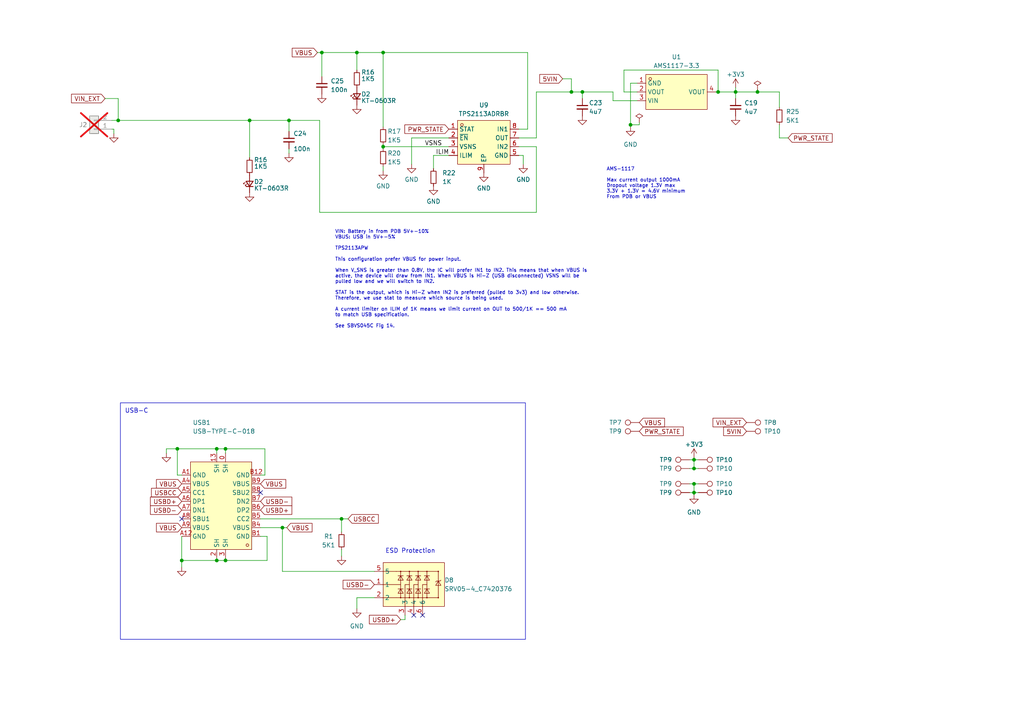
<source format=kicad_sch>
(kicad_sch (version 20230121) (generator eeschema)
  (paper "A4")
  (lib_symbols
    (symbol "Connector:TestPoint" (pin_numbers hide) (pin_names (offset 0.762) hide)
      (property "Reference" "TP" (at 0 6.858 0))
      (property "Value" "TestPoint" (at 0 5.08 0))
      (symbol "TestPoint_0_1"
        (circle (center 0 3.302) (radius 0.762))
      )
      (symbol "TestPoint_1_1"
        (pin passive line (at 0 0 90) (length 2.54) (name "1") (number "1"))
      )
    )
    (symbol "Connector_Generic:Conn_01x02" (pin_names (offset 1.016) hide)
      (property "Reference" "J" (at 0 2.54 0))
      (property "Value" "Conn_01x02" (at 0 -5.08 0))
      (symbol "Conn_01x02_1_1"
        (rectangle (start -1.27 -2.413) (end 0 -2.667) (stroke (width 0.1524)))
        (rectangle (start -1.27 0.127) (end 0 -0.127) (stroke (width 0.1524)))
        (rectangle (start -1.27 1.27) (end 1.27 -3.81) (stroke (width 0.254)) (fill (type background)))
        (pin passive line (at -5.08 0 0) (length 3.81) (name "Pin_1") (number "1"))
        (pin passive line (at -5.08 -2.54 0) (length 3.81) (name "Pin_2") (number "2"))
      )
    )
    (symbol "Device:C_Small" (pin_numbers hide) (pin_names (offset 0.254) hide)
      (property "Reference" "C" (at 0.254 1.778 0))
      (property "Value" "C_Small" (at 0.254 -2.032 0))
      (symbol "C_Small_0_1"
        (polyline (pts (xy -1.524 -0.508) (xy 1.524 -0.508)) (stroke (width 0.3302)))
        (polyline (pts (xy -1.524 0.508) (xy 1.524 0.508)) (stroke (width 0.3048)))
      )
      (symbol "C_Small_1_1"
        (pin passive line (at 0 2.54 270) (length 2.032) (name "~") (number "1"))
        (pin passive line (at 0 -2.54 90) (length 2.032) (name "~") (number "2"))
      )
    )
    (symbol "Device:LED_Small" (pin_numbers hide) (pin_names (offset 0.254) hide)
      (property "Reference" "D" (at -1.27 3.175 0))
      (property "Value" "LED_Small" (at -4.445 -2.54 0))
      (symbol "LED_Small_0_1"
        (polyline (pts (xy -0.762 -1.016) (xy -0.762 1.016)) (stroke (width 0.254)))
        (polyline (pts (xy 1.016 0) (xy -0.762 0)))
        (polyline (pts (xy 0.762 -1.016) (xy -0.762 0) (xy 0.762 1.016) (xy 0.762 -1.016)) (stroke (width 0.254)))
        (polyline (pts (xy 0 0.762) (xy -0.508 1.27) (xy -0.254 1.27) (xy -0.508 1.27) (xy -0.508 1.016)))
        (polyline (pts (xy 0.508 1.27) (xy 0 1.778) (xy 0.254 1.778) (xy 0 1.778) (xy 0 1.524)))
      )
      (symbol "LED_Small_1_1"
        (pin passive line (at -2.54 0 0) (length 1.778) (name "K") (number "1"))
        (pin passive line (at 2.54 0 180) (length 1.778) (name "A") (number "2"))
      )
    )
    (symbol "Device:R_Small" (pin_numbers hide) (pin_names (offset 0.254) hide)
      (property "Reference" "R" (at 0.762 0.508 0))
      (property "Value" "R_Small" (at 0.762 -1.016 0))
      (symbol "R_Small_0_1"
        (rectangle (start -0.762 1.778) (end 0.762 -1.778) (stroke (width 0.2032)))
      )
      (symbol "R_Small_1_1"
        (pin passive line (at 0 2.54 270) (length 0.762) (name "~") (number "1"))
        (pin passive line (at 0 -2.54 90) (length 0.762) (name "~") (number "2"))
      )
    )
    (symbol "ofc_sym:AMS1117-3.3"
      (property "Reference" "U" (at 0 7.62 0))
      (property "Value" "AMS1117-3.3" (at 0 -7.62 0))
      (symbol "AMS1117-3.3_0_1"
        (rectangle (start -8.89 5.08) (end 8.89 -5.08) (fill (type background)))
        (circle (center -7.62 3.81) (radius 0.38))
        (pin unspecified line (at -11.43 2.54 0) (length 2.54) (name "GND") (number "1"))
        (pin unspecified line (at -11.43 0 0) (length 2.54) (name "VOUT") (number "2"))
        (pin unspecified line (at -11.43 -2.54 0) (length 2.54) (name "VIN") (number "3"))
        (pin unspecified line (at 11.43 0 180) (length 2.54) (name "VOUT") (number "4"))
      )
    )
    (symbol "ofc_sym:SRV05-4_C7420376"
      (property "Reference" "D8" (at 8.89 2.54 0))
      (property "Value" "SRV05-4_C7420376" (at 8.89 0 0))
      (symbol "SRV05-4_C7420376_0_1"
        (circle (center -3.81 -2.54) (radius 0.13))
        (circle (center -3.81 5.08) (radius 0.13))
        (circle (center -1.27 -2.54) (radius 0.13))
        (circle (center -1.27 5.08) (radius 0.13))
        (polyline (pts (xy -3.81 5.08) (xy -3.81 -2.54)))
        (polyline (pts (xy -1.27 5.08) (xy -1.27 -2.54)))
        (polyline (pts (xy 1.27 5.08) (xy 1.27 -2.54)))
        (polyline (pts (xy 3.81 5.08) (xy 3.81 -2.54)))
        (polyline (pts (xy -1.27 1.27) (xy -2.54 1.27) (xy -2.54 -5.08)))
        (polyline (pts (xy 1.27 1.27) (xy 0 1.27) (xy 0 -5.08)))
        (polyline (pts (xy 3.81 1.27) (xy 2.54 1.27) (xy 2.54 -5.08)))
        (polyline (pts (xy -5.08 5.08) (xy 7.11 5.08) (xy 7.11 -2.54) (xy -5.08 -2.54)))
        (polyline (pts (xy -4.57 0) (xy -4.32 0) (xy -3.3 0) (xy -3.05 0)))
        (polyline (pts (xy -4.57 3.81) (xy -4.32 3.81) (xy -3.3 3.81) (xy -3.05 3.81)))
        (polyline (pts (xy -3.81 0) (xy -4.57 -1.27) (xy -3.05 -1.27) (xy -3.81 0)) (fill (type background)))
        (polyline (pts (xy -3.81 3.81) (xy -4.57 2.54) (xy -3.05 2.54) (xy -3.81 3.81)) (fill (type background)))
        (polyline (pts (xy -2.03 0) (xy -1.78 0) (xy -0.76 0) (xy -0.51 0)))
        (polyline (pts (xy -2.03 3.81) (xy -1.78 3.81) (xy -0.76 3.81) (xy -0.51 3.81)))
        (polyline (pts (xy -1.27 0) (xy -2.03 -1.27) (xy -0.51 -1.27) (xy -1.27 0)) (fill (type background)))
        (polyline (pts (xy -1.27 3.81) (xy -2.03 2.54) (xy -0.51 2.54) (xy -1.27 3.81)) (fill (type background)))
        (polyline (pts (xy 0.51 0) (xy 0.76 0) (xy 1.78 0) (xy 2.03 0)))
        (polyline (pts (xy 0.51 3.81) (xy 0.76 3.81) (xy 1.78 3.81) (xy 2.03 3.81)))
        (polyline (pts (xy 1.27 0) (xy 0.51 -1.27) (xy 2.03 -1.27) (xy 1.27 0)) (fill (type background)))
        (polyline (pts (xy 1.27 3.81) (xy 0.51 2.54) (xy 2.03 2.54) (xy 1.27 3.81)) (fill (type background)))
        (polyline (pts (xy 3.05 0) (xy 3.3 0) (xy 4.32 0) (xy 4.57 0)))
        (polyline (pts (xy 3.05 3.81) (xy 3.3 3.81) (xy 4.32 3.81) (xy 4.57 3.81)))
        (polyline (pts (xy 3.81 0) (xy 3.05 -1.27) (xy 4.57 -1.27) (xy 3.81 0)) (fill (type background)))
        (polyline (pts (xy 3.81 3.81) (xy 3.05 2.54) (xy 4.57 2.54) (xy 3.81 3.81)) (fill (type background)))
        (polyline (pts (xy 6.35 2.03) (xy 6.6 2.29) (xy 7.62 2.29) (xy 7.87 2.54)))
        (polyline (pts (xy 7.11 2.29) (xy 6.35 1.02) (xy 7.87 1.02) (xy 7.11 2.29)) (fill (type background)))
        (circle (center 1.27 -2.54) (radius 0.13))
        (circle (center 1.27 5.08) (radius 0.13))
        (circle (center 3.81 -2.54) (radius 0.13))
        (circle (center 3.81 5.08) (radius 0.13))
        (circle (center 7.11 -2.54) (radius 0.13))
        (circle (center 7.11 5.08) (radius 0.13))
        (pin unspecified line (at -11.43 1.27 0) (length 2.54) (name "1") (number "1"))
        (pin unspecified line (at -11.43 -2.54 0) (length 2.54) (name "2") (number "2"))
        (pin unspecified line (at -2.54 -7.62 90) (length 2.54) (name "3") (number "3"))
        (pin unspecified line (at 0 -7.62 90) (length 2.54) (name "4") (number "4"))
        (pin unspecified line (at -11.43 5.08 0) (length 2.54) (name "5") (number "5"))
        (pin unspecified line (at 2.54 -7.62 90) (length 2.54) (name "6") (number "6"))
      )
      (symbol "SRV05-4_C7420376_1_1"
        (rectangle (start -8.89 7.62) (end 8.89 -5.08) (fill (type background)))
        (polyline (pts (xy -5.08 -2.54) (xy -8.89 -2.54)))
        (polyline (pts (xy -5.08 5.08) (xy -8.89 5.08)))
        (polyline (pts (xy -3.81 1.27) (xy -8.89 1.27)))
      )
    )
    (symbol "ofc_sym:TPS2113ADRBR"
      (property "Reference" "U" (at 0 8.89 0))
      (property "Value" "TPS2113ADRBR" (at 0 -13.97 0))
      (symbol "TPS2113ADRBR_0_1"
        (rectangle (start -7.62 6.35) (end 7.62 -6.35) (fill (type background)))
        (circle (center -6.35 5.08) (radius 0.38))
        (pin unspecified line (at -10.16 3.81 0) (length 2.54) (name "STAT") (number "1"))
        (pin unspecified line (at -10.16 1.27 0) (length 2.54) (name "~{EN}") (number "2"))
        (pin unspecified line (at -10.16 -1.27 0) (length 2.54) (name "VSNS") (number "3"))
        (pin unspecified line (at -10.16 -3.81 0) (length 2.54) (name "ILIM") (number "4"))
        (pin unspecified line (at 10.16 -3.81 180) (length 2.54) (name "GND") (number "5"))
        (pin unspecified line (at 10.16 -1.27 180) (length 2.54) (name "IN2") (number "6"))
        (pin unspecified line (at 10.16 1.27 180) (length 2.54) (name "OUT") (number "7"))
        (pin unspecified line (at 10.16 3.81 180) (length 2.54) (name "IN1") (number "8"))
        (pin unspecified line (at 0 -8.89 90) (length 2.54) (name "EP") (number "9"))
      )
    )
    (symbol "ofc_sym:USB-TYPE-C-018"
      (property "Reference" "USB" (at 0 20.32 0))
      (property "Value" "USB-TYPE-C-018" (at 0 -20.32 0))
      (symbol "USB-TYPE-C-018_0_1"
        (rectangle (start -8.89 12.7) (end 8.89 -12.7) (fill (type background)))
        (circle (center -7.62 11.43) (radius 0.38))
        (pin unspecified line (at -1.27 -15.24 90) (length 2.54) (name "SH") (number "0"))
        (pin unspecified line (at 1.27 -15.24 90) (length 2.54) (name "SH") (number "13"))
        (pin unspecified line (at 1.27 15.24 270) (length 2.54) (name "SH") (number "2"))
        (pin unspecified line (at -1.27 15.24 270) (length 2.54) (name "SH") (number "3"))
        (pin unspecified line (at 11.43 -8.89 180) (length 2.54) (name "GND") (number "A1"))
        (pin unspecified line (at 11.43 8.89 180) (length 2.54) (name "GND") (number "A12"))
        (pin unspecified line (at 11.43 -6.35 180) (length 2.54) (name "VBUS") (number "A4"))
        (pin unspecified line (at 11.43 -3.81 180) (length 2.54) (name "CC1") (number "A5"))
        (pin unspecified line (at 11.43 -1.27 180) (length 2.54) (name "DP1") (number "A6"))
        (pin unspecified line (at 11.43 1.27 180) (length 2.54) (name "DN1") (number "A7"))
        (pin unspecified line (at 11.43 3.81 180) (length 2.54) (name "SBU1") (number "A8"))
        (pin unspecified line (at 11.43 6.35 180) (length 2.54) (name "VBUS") (number "A9"))
        (pin unspecified line (at -11.43 8.89 0) (length 2.54) (name "GND") (number "B1"))
        (pin unspecified line (at -11.43 -8.89 0) (length 2.54) (name "GND") (number "B12"))
        (pin unspecified line (at -11.43 6.35 0) (length 2.54) (name "VBUS") (number "B4"))
        (pin unspecified line (at -11.43 3.81 0) (length 2.54) (name "CC2") (number "B5"))
        (pin unspecified line (at -11.43 1.27 0) (length 2.54) (name "DP2") (number "B6"))
        (pin unspecified line (at -11.43 -1.27 0) (length 2.54) (name "DN2") (number "B7"))
        (pin unspecified line (at -11.43 -3.81 0) (length 2.54) (name "SBU2") (number "B8"))
        (pin unspecified line (at -11.43 -6.35 0) (length 2.54) (name "VBUS") (number "B9"))
      )
    )
    (symbol "power:+3V3" (power) (pin_names (offset 0))
      (property "Value" "+3V3" (at 0 3.556 0))
      (symbol "+3V3_0_1"
        (polyline (pts (xy -0.762 1.27) (xy 0 2.54)))
        (polyline (pts (xy 0 0) (xy 0 2.54)))
        (polyline (pts (xy 0 2.54) (xy 0.762 1.27)))
      )
      (symbol "+3V3_1_1"
        (pin power_in line (at 0 0 90) (length 0) hide (name "+3V3") (number "1"))
      )
    )
    (symbol "power:GND" (power) (pin_names (offset 0))
      (property "Value" "GND" (at 0 -3.81 0))
      (symbol "GND_0_1"
        (polyline (pts (xy 0 0) (xy 0 -1.27) (xy 1.27 -1.27) (xy 0 -2.54) (xy -1.27 -1.27) (xy 0 -1.27)))
      )
      (symbol "GND_1_1"
        (pin power_in line (at 0 0 270) (length 0) hide (name "GND") (number "1"))
      )
    )
    (symbol "power:PWR_FLAG" (power) (pin_numbers hide) (pin_names (offset 0) hide)
      (property "Value" "PWR_FLAG" (at 0 3.81 0))
      (symbol "PWR_FLAG_0_0"
        (pin power_out line (at 0 0 90) (length 0) (name "pwr") (number "1"))
      )
      (symbol "PWR_FLAG_0_1"
        (polyline (pts (xy 0 0) (xy 0 1.27) (xy -1.016 1.905) (xy 0 2.54) (xy 1.016 1.905) (xy 0 1.27)))
      )
    )
  )
  (junction (at 201.295 135.89))
  (junction (at 168.91 26.67))
  (junction (at 213.36 26.67))
  (junction (at 103.505 15.24))
  (junction (at 62.865 130.175))
  (junction (at 93.345 15.24))
  (junction (at 208.28 26.67))
  (junction (at 83.82 34.925))
  (junction (at 34.29 34.925))
  (junction (at 219.71 26.67))
  (junction (at 182.88 36.195))
  (junction (at 165.735 26.67))
  (junction (at 72.39 34.925))
  (junction (at 65.405 162.56))
  (junction (at 62.865 162.56))
  (junction (at 201.295 133.35))
  (junction (at 201.295 140.335))
  (junction (at 52.705 162.56))
  (junction (at 111.125 42.545))
  (junction (at 201.295 142.875))
  (junction (at 111.125 15.24))
  (junction (at 51.435 130.175))
  (junction (at 65.405 130.175))
  (junction (at 81.915 153.035))
  (junction (at 99.06 150.495))
  (no_connect (at 120.015 178.435))
  (no_connect (at 52.705 150.495))
  (no_connect (at 122.555 178.435))
  (no_connect (at 75.565 142.875))
  (wire (pts (xy 228.6 40.005) (xy 226.06 40.005)))
  (wire (pts (xy 201.295 142.875) (xy 201.295 143.51)))
  (wire (pts (xy 81.915 153.035) (xy 81.915 165.735)))
  (wire (pts (xy 153.035 37.465) (xy 150.495 37.465)))
  (wire (pts (xy 165.735 26.67) (xy 168.91 26.67)))
  (wire (pts (xy 201.295 140.335) (xy 201.295 142.875)))
  (wire (pts (xy 111.125 48.26) (xy 111.125 49.53)))
  (wire (pts (xy 52.705 162.56) (xy 62.865 162.56)))
  (wire (pts (xy 34.29 28.575) (xy 34.29 34.925)))
  (wire (pts (xy 65.405 130.175) (xy 65.405 131.445)))
  (wire (pts (xy 77.47 155.575) (xy 75.565 155.575)))
  (wire (pts (xy 81.915 165.735) (xy 108.585 165.735)))
  (wire (pts (xy 165.735 22.86) (xy 165.735 26.67)))
  (wire (pts (xy 111.125 15.24) (xy 111.125 36.83)))
  (wire (pts (xy 48.26 131.445) (xy 48.26 130.175)))
  (wire (pts (xy 155.575 61.595) (xy 92.71 61.595)))
  (wire (pts (xy 83.82 34.925) (xy 92.71 34.925)))
  (wire (pts (xy 200.025 142.875) (xy 201.295 142.875)))
  (wire (pts (xy 92.71 61.595) (xy 92.71 34.925)))
  (wire (pts (xy 155.575 40.005) (xy 155.575 26.67)))
  (wire (pts (xy 30.48 28.575) (xy 34.29 28.575)))
  (wire (pts (xy 151.765 45.085) (xy 151.765 47.625)))
  (wire (pts (xy 182.88 36.195) (xy 185.42 36.195)))
  (wire (pts (xy 155.575 42.545) (xy 155.575 61.595)))
  (wire (pts (xy 62.865 162.56) (xy 65.405 162.56)))
  (wire (pts (xy 202.565 140.335) (xy 201.295 140.335)))
  (wire (pts (xy 226.06 40.005) (xy 226.06 36.195)))
  (wire (pts (xy 83.82 44.45) (xy 83.82 43.18)))
  (wire (pts (xy 202.565 133.35) (xy 201.295 133.35)))
  (wire (pts (xy 65.405 130.175) (xy 76.835 130.175)))
  (wire (pts (xy 93.345 15.24) (xy 93.345 22.225)))
  (wire (pts (xy 185.42 36.195) (xy 185.42 35.56)))
  (wire (pts (xy 201.295 132.715) (xy 201.295 133.35)))
  (wire (pts (xy 32.385 37.465) (xy 33.02 37.465)))
  (wire (pts (xy 155.575 26.67) (xy 165.735 26.67)))
  (wire (pts (xy 177.8 26.67) (xy 177.8 29.21)))
  (wire (pts (xy 180.975 20.32) (xy 208.28 20.32)))
  (wire (pts (xy 200.025 133.35) (xy 201.295 133.35)))
  (wire (pts (xy 103.505 173.355) (xy 103.505 176.53)))
  (wire (pts (xy 111.125 41.91) (xy 111.125 42.545)))
  (wire (pts (xy 76.835 130.175) (xy 76.835 137.795)))
  (wire (pts (xy 150.495 45.085) (xy 151.765 45.085)))
  (wire (pts (xy 111.125 42.545) (xy 111.125 43.18)))
  (wire (pts (xy 99.06 150.495) (xy 99.06 154.305)))
  (wire (pts (xy 75.565 153.035) (xy 81.915 153.035)))
  (wire (pts (xy 51.435 137.795) (xy 52.705 137.795)))
  (wire (pts (xy 208.28 26.67) (xy 213.36 26.67)))
  (wire (pts (xy 125.73 45.085) (xy 125.73 48.895)))
  (wire (pts (xy 111.125 42.545) (xy 130.175 42.545)))
  (wire (pts (xy 201.295 133.35) (xy 201.295 135.89)))
  (wire (pts (xy 62.865 130.175) (xy 62.865 131.445)))
  (wire (pts (xy 150.495 40.005) (xy 155.575 40.005)))
  (wire (pts (xy 168.91 26.67) (xy 177.8 26.67)))
  (wire (pts (xy 65.405 162.56) (xy 65.405 161.925)))
  (wire (pts (xy 103.505 15.24) (xy 111.125 15.24)))
  (wire (pts (xy 180.975 26.67) (xy 180.975 20.32)))
  (wire (pts (xy 117.475 179.705) (xy 116.205 179.705)))
  (wire (pts (xy 48.26 130.175) (xy 51.435 130.175)))
  (wire (pts (xy 51.435 130.175) (xy 62.865 130.175)))
  (wire (pts (xy 226.06 26.67) (xy 219.71 26.67)))
  (wire (pts (xy 111.125 15.24) (xy 153.035 15.24)))
  (wire (pts (xy 75.565 150.495) (xy 99.06 150.495)))
  (wire (pts (xy 184.785 26.67) (xy 180.975 26.67)))
  (wire (pts (xy 200.025 140.335) (xy 201.295 140.335)))
  (wire (pts (xy 92.075 15.24) (xy 93.345 15.24)))
  (wire (pts (xy 117.475 178.435) (xy 117.475 179.705)))
  (wire (pts (xy 153.035 15.24) (xy 153.035 37.465)))
  (wire (pts (xy 177.8 29.21) (xy 184.785 29.21)))
  (wire (pts (xy 130.175 45.085) (xy 125.73 45.085)))
  (wire (pts (xy 33.02 37.465) (xy 33.02 38.735)))
  (wire (pts (xy 208.28 20.32) (xy 208.28 26.67)))
  (wire (pts (xy 83.82 34.925) (xy 83.82 38.1)))
  (wire (pts (xy 65.405 162.56) (xy 77.47 162.56)))
  (wire (pts (xy 150.495 42.545) (xy 155.575 42.545)))
  (wire (pts (xy 62.865 162.56) (xy 62.865 161.925)))
  (wire (pts (xy 213.36 26.67) (xy 219.71 26.67)))
  (wire (pts (xy 184.785 24.13) (xy 182.88 24.13)))
  (wire (pts (xy 119.38 40.005) (xy 119.38 47.625)))
  (wire (pts (xy 77.47 162.56) (xy 77.47 155.575)))
  (wire (pts (xy 103.505 20.32) (xy 103.505 15.24)))
  (wire (pts (xy 72.39 34.925) (xy 72.39 45.72)))
  (wire (pts (xy 52.705 164.465) (xy 52.705 162.56)))
  (wire (pts (xy 213.36 25.4) (xy 213.36 26.67)))
  (wire (pts (xy 72.39 34.925) (xy 83.82 34.925)))
  (wire (pts (xy 51.435 130.175) (xy 51.435 137.795)))
  (wire (pts (xy 93.345 15.24) (xy 103.505 15.24)))
  (wire (pts (xy 202.565 142.875) (xy 201.295 142.875)))
  (wire (pts (xy 34.29 34.925) (xy 72.39 34.925)))
  (wire (pts (xy 62.865 130.175) (xy 65.405 130.175)))
  (wire (pts (xy 163.195 22.86) (xy 165.735 22.86)))
  (wire (pts (xy 108.585 173.355) (xy 103.505 173.355)))
  (wire (pts (xy 99.06 150.495) (xy 100.965 150.495)))
  (wire (pts (xy 99.06 159.385) (xy 99.06 161.29)))
  (wire (pts (xy 207.645 26.67) (xy 208.28 26.67)))
  (wire (pts (xy 213.36 28.575) (xy 213.36 26.67)))
  (wire (pts (xy 168.91 26.67) (xy 168.91 28.575)))
  (wire (pts (xy 182.88 36.83) (xy 182.88 36.195)))
  (wire (pts (xy 52.705 162.56) (xy 52.705 155.575)))
  (wire (pts (xy 130.175 40.005) (xy 119.38 40.005)))
  (wire (pts (xy 32.385 34.925) (xy 34.29 34.925)))
  (wire (pts (xy 226.06 31.115) (xy 226.06 26.67)))
  (wire (pts (xy 81.915 153.035) (xy 83.185 153.035)))
  (wire (pts (xy 182.88 24.13) (xy 182.88 36.195)))
  (wire (pts (xy 202.565 135.89) (xy 201.295 135.89)))
  (wire (pts (xy 219.71 26.67) (xy 219.71 26.035)))
  (wire (pts (xy 200.025 135.89) (xy 201.295 135.89)))
  (wire (pts (xy 75.565 137.795) (xy 76.835 137.795)))
  (rectangle (start 34.925 116.84) (end 152.4 185.42))
  (text "ESD Protection" (at 111.76 160.655 0) (effects (font (size 1.27 1.27)) (justify left bottom)))
  (text "USB-C" (at 36.195 120.015 0) (effects (font (size 1.27 1.27)) (justify left bottom)))
  (text "AMS-1117\n\nMax current output 1000mA\nDropout voltage 1.3V max\n3.3V + 1.3V = 4.6V minimum\nFrom PDB or VBUS" (at 175.895 57.785 0) (effects (font (size 1 1)) (justify left bottom)))
  (text "VIN: Battery in from PDB 5V+-10%\nVBUS: USB in 5V+-5%\n\nTPS2113APW\n\nThis configuration prefer VBUS for power input.\n\nWhen V_SNS is greater than 0.8V, the IC will prefer IN1 to IN2. This means that when VBUS is\nactive, the device will draw from IN1. When VBUS is Hi-Z (USB disconnected) VSNS will be\npulled low and we will switch to IN2. \n\nSTAT is the output, which is Hi-Z when IN2 is preferred (pulled to 3v3) and low otherwise. \nTherefore, we use stat to measure which source is being used.\n\nA current limiter on ILIM of 1K means we limit current on OUT to 500/1K == 500 mA \nto match USB specification.\n\nSee SBVS045C Fig 14." (at 97.155 95.25 0) (effects (font (size 1 1)) (justify left bottom)))
  (label "VSNS" (at 123.19 42.545 0))
  (label "ILIM" (at 126.365 45.085 0))
  (global_label "USBCC" (shape input) (at 52.705 142.875 180) (property "Intersheetrefs" "${INTERSHEET_REFS}" (effects hide)))
  (global_label "USBD-" (shape input) (at 108.585 169.545 180) (property "Intersheetrefs" "${INTERSHEET_REFS}" (effects hide)))
  (global_label "USBD+" (shape input) (at 75.565 147.955 0) (property "Intersheetrefs" "${INTERSHEET_REFS}" (effects hide)))
  (global_label "VBUS" (shape input) (at 52.705 140.335 180) (property "Intersheetrefs" "${INTERSHEET_REFS}" (effects hide)))
  (global_label "USBD+" (shape input) (at 52.705 145.415 180) (property "Intersheetrefs" "${INTERSHEET_REFS}" (effects hide)))
  (global_label "PWR_STATE" (shape input) (at 185.42 125.095 0) (property "Intersheetrefs" "${INTERSHEET_REFS}" (effects hide)))
  (global_label "USBD-" (shape input) (at 75.565 145.415 0) (property "Intersheetrefs" "${INTERSHEET_REFS}" (effects hide)))
  (global_label "5VIN" (shape input) (at 163.195 22.86 180) (property "Intersheetrefs" "${INTERSHEET_REFS}" (effects hide)))
  (global_label "USBD+" (shape input) (at 116.205 179.705 180) (property "Intersheetrefs" "${INTERSHEET_REFS}" (effects hide)))
  (global_label "USBCC" (shape input) (at 100.965 150.495 0) (property "Intersheetrefs" "${INTERSHEET_REFS}" (effects hide)))
  (global_label "PWR_STATE" (shape input) (at 130.175 37.465 180) (property "Intersheetrefs" "${INTERSHEET_REFS}" (effects hide)))
  (global_label "VIN_EXT" (shape input) (at 30.48 28.575 180) (property "Intersheetrefs" "${INTERSHEET_REFS}" (effects hide)))
  (global_label "VBUS" (shape input) (at 52.705 153.035 180) (property "Intersheetrefs" "${INTERSHEET_REFS}" (effects hide)))
  (global_label "USBD-" (shape input) (at 52.705 147.955 180) (property "Intersheetrefs" "${INTERSHEET_REFS}" (effects hide)))
  (global_label "VBUS" (shape input) (at 83.185 153.035 0) (property "Intersheetrefs" "${INTERSHEET_REFS}" (effects hide)))
  (global_label "PWR_STATE" (shape input) (at 228.6 40.005 0) (property "Intersheetrefs" "${INTERSHEET_REFS}" (effects hide)))
  (global_label "VBUS" (shape input) (at 75.565 140.335 0) (property "Intersheetrefs" "${INTERSHEET_REFS}" (effects hide)))
  (global_label "VBUS" (shape input) (at 185.42 122.555 0) (property "Intersheetrefs" "${INTERSHEET_REFS}" (effects hide)))
  (global_label "5VIN" (shape input) (at 216.535 125.095 180) (property "Intersheetrefs" "${INTERSHEET_REFS}" (effects hide)))
  (global_label "VIN_EXT" (shape input) (at 216.535 122.555 180) (property "Intersheetrefs" "${INTERSHEET_REFS}" (effects hide)))
  (global_label "VBUS" (shape input) (at 92.075 15.24 180) (property "Intersheetrefs" "${INTERSHEET_REFS}" (effects hide)))
  (symbol (lib_id "Connector:TestPoint") (at 202.565 140.335 270) (unit 1)
    (property "Reference" "TP10" (at 207.645 140.335 90) (effects (justify left)))
    (property "Value" "TestPoint" (effects hide))
    (property "Footprint" "TestPoint:TestPoint_Pad_D1.5mm" (effects hide))
    (instances (project "ollyfc" (path "" (reference "TP10") (unit 1)) (path "" (reference "TPG1") (unit 1))))
  )
  (symbol (lib_id "power:GND") (at 201.295 143.51 0) (unit 1)
    (property "Reference" "#PWR067" (effects hide))
    (property "Value" "GND" (at 201.295 148.59 0))
  )
  (symbol (lib_id "Device:C_Small") (at 83.82 40.64 0) (unit 1)
    (property "Reference" "C24" (at 85.09 38.735 0) (effects (justify left)))
    (property "Value" "100n" (at 85.09 43.18 0) (effects (justify left)))
    (property "Footprint" "Capacitor_SMD:C_0402_1005Metric" (effects hide))
  )
  (symbol (lib_id "power:PWR_FLAG") (at 219.71 26.035 0) (unit 1)
    (property "Reference" "#FLG02" (effects hide))
    (property "Value" "PWR_FLAG" (effects hide))
    (instances (project "ollyfc" (path "" (reference "#FLG02") (unit 1)) (path "" (reference "#FLG01") (unit 1))))
  )
  (symbol (lib_id "power:GND") (at 111.125 49.53 0) (unit 1)
    (property "Reference" "#PWR048" (effects hide))
    (property "Value" "GND" (at 111.125 53.975 0))
  )
  (symbol (lib_id "power:GND") (at 125.73 53.975 0) (unit 1)
    (property "Reference" "#PWR070" (effects hide))
    (property "Value" "GND" (at 125.73 58.42 0))
  )
  (symbol (lib_id "power:GND") (at 83.82 44.45 0) (mirror y) (unit 1)
    (property "Reference" "#PWR047" (effects hide))
    (property "Value" "GND" (effects hide))
    (instances (project "ollyfc" (path "" (reference "#PWR047") (unit 1)) (path "" (reference "#PWR068") (unit 1))))
  )
  (symbol (lib_id "ofc_sym:TPS2113ADRBR") (at 140.335 41.275 0) (unit 1)
    (property "Reference" "U9" (at 140.335 30.48 0))
    (property "Value" "TPS2113ADRBR" (at 140.335 33.02 0))
    (property "Footprint" "ofc_sym:SON-8_L3.0-W3.0-P0.65-LS3.0-BL-EP" (effects hide))
    (property "LCSC Part" "C354512" (effects hide))
  )
  (symbol (lib_id "Device:R_Small") (at 99.06 156.845 0) (unit 1)
    (property "Reference" "R1" (at 93.98 155.575 0) (effects (justify left)))
    (property "Value" "5K1" (at 93.345 158.115 0) (effects (justify left)))
    (property "Footprint" "Resistor_SMD:R_0402_1005Metric" (effects hide))
    (instances (project "ollyfc" (path "" (reference "R1") (unit 1)) (path "" (reference "R21") (unit 1))))
  )
  (symbol (lib_id "power:GND") (at 72.39 55.88 0) (mirror y) (unit 1)
    (property "Reference" "#PWR047" (effects hide))
    (property "Value" "GND" (effects hide))
    (instances (project "ollyfc" (path "" (reference "#PWR047") (unit 1)) (path "" (reference "#PWR046") (unit 1))))
  )
  (symbol (lib_id "ofc_sym:AMS1117-3.3") (at 196.215 26.67 0) (unit 1)
    (property "Reference" "U1" (at 196.215 16.51 0))
    (property "Value" "AMS1117-3.3" (at 196.215 19.05 0))
    (property "Footprint" "ofc_sym:SOT-223-3_L6.5-W3.4-P2.30-LS7.0-BR" (effects hide))
    (property "Datasheet" "https://lcsc.com/product-detail/Low-Dropout-Regulators-LDO_AMS_AMS1117-3-3_AMS1117-3-3_C6186.html" (effects hide))
    (property "LCSC Part" "C6186" (effects hide))
  )
  (symbol (lib_id "Connector_Generic:Conn_01x02") (at 27.305 37.465 180) (unit 1) (dnp yes)
    (property "Reference" "J2" (at 24.13 36.195 0))
    (property "Value" "Conn_01x02" (effects hide))
    (property "Footprint" "Connector_JST:JST_PH_B2B-PH-K_1x02_P2.00mm_Vertical" (effects hide))
  )
  (symbol (lib_id "Connector:TestPoint") (at 200.025 135.89 90) (mirror x) (unit 1)
    (property "Reference" "TP9" (at 194.945 135.89 90) (effects (justify left)))
    (property "Value" "TestPoint" (effects hide))
    (property "Footprint" "TestPoint:TestPoint_Pad_D1.5mm" (effects hide))
    (instances (project "ollyfc" (path "" (reference "TP9") (unit 1)) (path "" (reference "TP3V3_2") (unit 1))))
  )
  (symbol (lib_id "power:PWR_FLAG") (at 185.42 35.56 0) (unit 1)
    (property "Reference" "#FLG02" (effects hide))
    (property "Value" "PWR_FLAG" (effects hide))
  )
  (symbol (lib_id "power:GND") (at 48.26 131.445 0) (unit 1)
    (property "Reference" "#PWR021" (effects hide))
    (property "Value" "GND" (effects hide))
    (instances (project "ollyfc" (path "" (reference "#PWR021") (unit 1)) (path "" (reference "#PWR075") (unit 1))))
  )
  (symbol (lib_id "power:GND") (at 182.88 36.83 0) (unit 1)
    (property "Reference" "#PWR07" (effects hide))
    (property "Value" "GND" (at 182.88 41.91 0))
  )
  (symbol (lib_id "Device:R_Small") (at 111.125 39.37 0) (unit 1)
    (property "Reference" "R17" (at 112.395 38.1 0) (effects (justify left)))
    (property "Value" "1K5" (at 112.395 40.64 0) (effects (justify left)))
    (property "Footprint" "Resistor_SMD:R_0402_1005Metric" (effects hide))
  )
  (symbol (lib_id "Connector:TestPoint") (at 216.535 122.555 270) (unit 1)
    (property "Reference" "TP8" (at 221.615 122.555 90) (effects (justify left)))
    (property "Value" "TestPoint" (effects hide))
    (property "Footprint" "TestPoint:TestPoint_Pad_D1.5mm" (effects hide))
    (instances (project "ollyfc" (path "" (reference "TP8") (unit 1)) (path "" (reference "TP16") (unit 1))))
  )
  (symbol (lib_id "Connector:TestPoint") (at 200.025 133.35 90) (mirror x) (unit 1)
    (property "Reference" "TP9" (at 194.945 133.35 90) (effects (justify left)))
    (property "Value" "TestPoint" (effects hide))
    (property "Footprint" "TestPoint:TestPoint_Pad_D1.5mm" (effects hide))
    (instances (project "ollyfc" (path "" (reference "TP9") (unit 1)) (path "" (reference "TP3V3_0") (unit 1))))
  )
  (symbol (lib_id "Device:R_Small") (at 72.39 48.26 0) (unit 1)
    (property "Reference" "R16" (at 73.66 46.355 0) (effects (justify left)))
    (property "Value" "1K5" (at 73.66 48.26 0) (effects (justify left)))
    (property "Footprint" "Resistor_SMD:R_0402_1005Metric" (effects hide))
  )
  (symbol (lib_id "ofc_sym:SRV05-4_C7420376") (at 120.015 170.815 0) (unit 1)
    (property "Reference" "D8" (at 128.905 168.275 0) (effects (justify left)))
    (property "Value" "SRV05-4_C7420376" (at 128.905 170.815 0) (effects (justify left)))
    (property "Footprint" "ofc_sym:SOT-23-6_L2.9-W1.6-P0.95-LS2.8-BL-1" (effects hide))
    (property "LCSC Part" "C7420376" (effects hide))
  )
  (symbol (lib_id "power:GND") (at 33.02 38.735 0) (unit 1)
    (property "Reference" "#PWR07" (effects hide))
    (property "Value" "GND" (effects hide))
    (instances (project "ollyfc" (path "" (reference "#PWR07") (unit 1)) (path "" (reference "#PWR05") (unit 1))))
  )
  (symbol (lib_id "Connector:TestPoint") (at 200.025 142.875 90) (mirror x) (unit 1)
    (property "Reference" "TP9" (at 194.945 142.875 90) (effects (justify left)))
    (property "Value" "TestPoint" (effects hide))
    (property "Footprint" "TestPoint:TestPoint_Pad_D1.5mm" (effects hide))
    (instances (project "ollyfc" (path "" (reference "TP9") (unit 1)) (path "" (reference "TPG2") (unit 1))))
  )
  (symbol (lib_id "Device:LED_Small") (at 72.39 53.34 90) (unit 1)
    (property "Reference" "D2" (at 73.66 52.705 90) (effects (justify right)))
    (property "Value" "KT-0603R" (at 73.66 54.61 90) (effects (justify right)))
    (property "Footprint" "LED_SMD:LED_0603_1608Metric" (effects hide))
  )
  (symbol (lib_id "power:GND") (at 103.505 30.48 0) (mirror y) (unit 1)
    (property "Reference" "#PWR047" (effects hide))
    (property "Value" "GND" (effects hide))
    (instances (project "ollyfc" (path "" (reference "#PWR047") (unit 1)) (path "" (reference "#PWR087") (unit 1))))
  )
  (symbol (lib_id "Device:R_Small") (at 103.505 22.86 0) (unit 1)
    (property "Reference" "R16" (at 104.775 20.955 0) (effects (justify left)))
    (property "Value" "1K5" (at 104.775 22.86 0) (effects (justify left)))
    (property "Footprint" "Resistor_SMD:R_0402_1005Metric" (effects hide))
    (instances (project "ollyfc" (path "" (reference "R16") (unit 1)) (path "" (reference "R11") (unit 1))))
  )
  (symbol (lib_id "power:GND") (at 168.91 33.655 0) (unit 1)
    (property "Reference" "#PWR046" (effects hide))
    (property "Value" "GND" (effects hide))
    (instances (project "ollyfc" (path "" (reference "#PWR046") (unit 1)) (path "" (reference "#PWR08") (unit 1))))
  )
  (symbol (lib_id "Connector:TestPoint") (at 200.025 140.335 90) (mirror x) (unit 1)
    (property "Reference" "TP9" (at 194.945 140.335 90) (effects (justify left)))
    (property "Value" "TestPoint" (effects hide))
    (property "Footprint" "TestPoint:TestPoint_Pad_D1.5mm" (effects hide))
    (instances (project "ollyfc" (path "" (reference "TP9") (unit 1)) (path "" (reference "TPG0") (unit 1))))
  )
  (symbol (lib_id "Device:C_Small") (at 168.91 31.115 0) (unit 1)
    (property "Reference" "C23" (at 170.815 29.845 0) (effects (justify left)))
    (property "Value" "4u7" (at 170.815 32.385 0) (effects (justify left)))
    (property "Footprint" "Capacitor_SMD:C_0603_1608Metric" (effects hide))
  )
  (symbol (lib_id "Device:R_Small") (at 125.73 51.435 0) (unit 1)
    (property "Reference" "R22" (at 128.27 50.165 0) (effects (justify left)))
    (property "Value" "1K" (at 128.27 52.705 0) (effects (justify left)))
    (property "Footprint" "Resistor_SMD:R_0402_1005Metric" (effects hide))
  )
  (symbol (lib_id "Device:LED_Small") (at 103.505 27.94 90) (unit 1)
    (property "Reference" "D2" (at 104.775 27.305 90) (effects (justify right)))
    (property "Value" "KT-0603R" (at 104.775 29.21 90) (effects (justify right)))
    (property "Footprint" "LED_SMD:LED_0603_1608Metric" (effects hide))
    (instances (project "ollyfc" (path "" (reference "D2") (unit 1)) (path "" (reference "D7") (unit 1))))
  )
  (symbol (lib_id "Connector:TestPoint") (at 202.565 142.875 270) (unit 1)
    (property "Reference" "TP10" (at 207.645 142.875 90) (effects (justify left)))
    (property "Value" "TestPoint" (effects hide))
    (property "Footprint" "TestPoint:TestPoint_Pad_D1.5mm" (effects hide))
    (instances (project "ollyfc" (path "" (reference "TP10") (unit 1)) (path "" (reference "TPG3") (unit 1))))
  )
  (symbol (lib_id "power:GND") (at 103.505 176.53 0) (unit 1)
    (property "Reference" "#PWR061" (effects hide))
    (property "Value" "GND" (at 103.505 181.61 0))
  )
  (symbol (lib_id "Connector:TestPoint") (at 202.565 135.89 270) (unit 1)
    (property "Reference" "TP10" (at 207.645 135.89 90) (effects (justify left)))
    (property "Value" "TestPoint" (effects hide))
    (property "Footprint" "TestPoint:TestPoint_Pad_D1.5mm" (effects hide))
    (instances (project "ollyfc" (path "" (reference "TP10") (unit 1)) (path "" (reference "TP3V3_3") (unit 1))))
  )
  (symbol (lib_id "power:GND") (at 99.06 161.29 0) (unit 1)
    (property "Reference" "#PWR021" (effects hide))
    (property "Value" "GND" (effects hide))
  )
  (symbol (lib_id "power:+3V3") (at 213.36 25.4 0) (unit 1)
    (property "Reference" "#PWR04" (effects hide))
    (property "Value" "+3V3" (at 213.36 21.59 0))
    (instances (project "ollyfc" (path "" (reference "#PWR04") (unit 1)) (path "" (reference "#PWR03") (unit 1))))
  )
  (symbol (lib_id "power:GND") (at 140.335 50.165 0) (unit 1)
    (property "Reference" "#PWR025" (effects hide))
    (property "Value" "GND" (at 140.335 54.61 0))
  )
  (symbol (lib_id "power:+3V3") (at 201.295 132.715 0) (unit 1)
    (property "Reference" "#PWR037" (effects hide))
    (property "Value" "+3V3" (at 201.295 128.905 0))
    (instances (project "ollyfc" (path "" (reference "#PWR037") (unit 1)) (path "" (reference "#PWR082") (unit 1)) (path "" (reference "#PWR0103") (unit 1))))
  )
  (symbol (lib_id "Device:C_Small") (at 93.345 24.765 0) (unit 1)
    (property "Reference" "C25" (at 95.885 23.5013 0) (effects (justify left)))
    (property "Value" "100n" (at 95.885 26.0413 0) (effects (justify left)))
    (property "Footprint" "Capacitor_SMD:C_0402_1005Metric" (effects hide))
  )
  (symbol (lib_id "power:GND") (at 151.765 47.625 0) (unit 1)
    (property "Reference" "#PWR069" (effects hide))
    (property "Value" "GND" (at 151.765 52.07 0))
  )
  (symbol (lib_id "Connector:TestPoint") (at 185.42 125.095 90) (mirror x) (unit 1)
    (property "Reference" "TP9" (at 180.34 125.095 90) (effects (justify left)))
    (property "Value" "TestPoint" (effects hide))
    (property "Footprint" "TestPoint:TestPoint_Pad_D1.5mm" (effects hide))
    (instances (project "ollyfc" (path "" (reference "TP9") (unit 1)) (path "" (reference "TP17") (unit 1))))
  )
  (symbol (lib_id "Device:R_Small") (at 111.125 45.72 0) (unit 1)
    (property "Reference" "R20" (at 112.395 44.45 0) (effects (justify left)))
    (property "Value" "1K5" (at 112.395 46.99 0) (effects (justify left)))
    (property "Footprint" "Resistor_SMD:R_0402_1005Metric" (effects hide))
  )
  (symbol (lib_id "Connector:TestPoint") (at 216.535 125.095 270) (unit 1)
    (property "Reference" "TP10" (at 221.615 125.095 90) (effects (justify left)))
    (property "Value" "TestPoint" (effects hide))
    (property "Footprint" "TestPoint:TestPoint_Pad_D1.5mm" (effects hide))
    (instances (project "ollyfc" (path "" (reference "TP10") (unit 1)) (path "" (reference "TP18") (unit 1))))
  )
  (symbol (lib_id "Device:C_Small") (at 213.36 31.115 0) (unit 1)
    (property "Reference" "C19" (at 215.9 29.8513 0) (effects (justify left)))
    (property "Value" "4u7" (at 215.9 32.3913 0) (effects (justify left)))
    (property "Footprint" "Capacitor_SMD:C_0603_1608Metric" (effects hide))
  )
  (symbol (lib_id "power:GND") (at 93.345 27.305 0) (mirror y) (unit 1)
    (property "Reference" "#PWR047" (effects hide))
    (property "Value" "GND" (effects hide))
    (instances (project "ollyfc" (path "" (reference "#PWR047") (unit 1)) (path "" (reference "#PWR071") (unit 1))))
  )
  (symbol (lib_id "Connector:TestPoint") (at 185.42 122.555 90) (mirror x) (unit 1)
    (property "Reference" "TP7" (at 180.34 122.555 90) (effects (justify left)))
    (property "Value" "TestPoint" (effects hide))
    (property "Footprint" "TestPoint:TestPoint_Pad_D1.5mm" (effects hide))
    (instances (project "ollyfc" (path "" (reference "TP7") (unit 1)) (path "" (reference "TP15") (unit 1))))
  )
  (symbol (lib_id "Connector:TestPoint") (at 202.565 133.35 270) (unit 1)
    (property "Reference" "TP10" (at 207.645 133.35 90) (effects (justify left)))
    (property "Value" "TestPoint" (effects hide))
    (property "Footprint" "TestPoint:TestPoint_Pad_D1.5mm" (effects hide))
    (instances (project "ollyfc" (path "" (reference "TP10") (unit 1)) (path "" (reference "TP3V3_1") (unit 1))))
  )
  (symbol (lib_id "power:GND") (at 52.705 164.465 0) (unit 1)
    (property "Reference" "#PWR021" (effects hide))
    (property "Value" "GND" (effects hide))
    (instances (project "ollyfc" (path "" (reference "#PWR021") (unit 1)) (path "" (reference "#PWR015") (unit 1))))
  )
  (symbol (lib_id "Device:R_Small") (at 226.06 33.655 0) (unit 1)
    (property "Reference" "R25" (at 227.965 32.385 0) (effects (justify left)))
    (property "Value" "5K1" (at 227.965 34.925 0) (effects (justify left)))
    (property "Footprint" "Resistor_SMD:R_0402_1005Metric" (effects hide))
  )
  (symbol (lib_id "power:GND") (at 213.36 33.655 0) (unit 1)
    (property "Reference" "#PWR046" (effects hide))
    (property "Value" "GND" (effects hide))
    (instances (project "ollyfc" (path "" (reference "#PWR046") (unit 1)) (path "" (reference "#PWR04") (unit 1))))
  )
  (symbol (lib_id "ofc_sym:USB-TYPE-C-018") (at 64.135 146.685 180) (unit 1)
    (property "Reference" "USB1" (at 55.88 122.555 0) (effects (justify right)))
    (property "Value" "USB-TYPE-C-018" (at 55.88 125.095 0) (effects (justify right)))
    (property "Footprint" "ofc_sym:USB-C_SMD-TYPE-C-31-M-12" (effects hide))
    (property "LCSC Part" "C2927038" (effects hide))
  )
  (symbol (lib_id "power:GND") (at 119.38 47.625 0) (unit 1)
    (property "Reference" "#PWR072" (effects hide))
    (property "Value" "GND" (at 119.38 52.07 0))
  )
)
</source>
